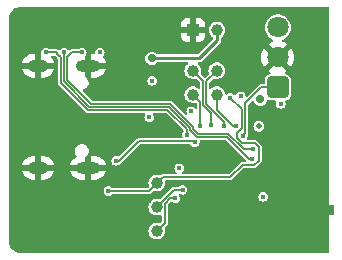
<source format=gbl>
G04 #@! TF.GenerationSoftware,KiCad,Pcbnew,8.0.1*
G04 #@! TF.CreationDate,2024-04-19T23:10:03+02:00*
G04 #@! TF.ProjectId,esp-ir-receiver,6573702d-6972-42d7-9265-636569766572,1.0.0*
G04 #@! TF.SameCoordinates,Original*
G04 #@! TF.FileFunction,Copper,L4,Bot*
G04 #@! TF.FilePolarity,Positive*
%FSLAX46Y46*%
G04 Gerber Fmt 4.6, Leading zero omitted, Abs format (unit mm)*
G04 Created by KiCad (PCBNEW 8.0.1) date 2024-04-19 23:10:03*
%MOMM*%
%LPD*%
G01*
G04 APERTURE LIST*
G04 Aperture macros list*
%AMRoundRect*
0 Rectangle with rounded corners*
0 $1 Rounding radius*
0 $2 $3 $4 $5 $6 $7 $8 $9 X,Y pos of 4 corners*
0 Add a 4 corners polygon primitive as box body*
4,1,4,$2,$3,$4,$5,$6,$7,$8,$9,$2,$3,0*
0 Add four circle primitives for the rounded corners*
1,1,$1+$1,$2,$3*
1,1,$1+$1,$4,$5*
1,1,$1+$1,$6,$7*
1,1,$1+$1,$8,$9*
0 Add four rect primitives between the rounded corners*
20,1,$1+$1,$2,$3,$4,$5,0*
20,1,$1+$1,$4,$5,$6,$7,0*
20,1,$1+$1,$6,$7,$8,$9,0*
20,1,$1+$1,$8,$9,$2,$3,0*%
G04 Aperture macros list end*
G04 #@! TA.AperFunction,ComponentPad*
%ADD10R,0.500000X0.900000*%
G04 #@! TD*
G04 #@! TA.AperFunction,ComponentPad*
%ADD11RoundRect,0.248400X0.651600X-0.651600X0.651600X0.651600X-0.651600X0.651600X-0.651600X-0.651600X0*%
G04 #@! TD*
G04 #@! TA.AperFunction,ComponentPad*
%ADD12C,1.800000*%
G04 #@! TD*
G04 #@! TA.AperFunction,ComponentPad*
%ADD13O,2.100000X1.000000*%
G04 #@! TD*
G04 #@! TA.AperFunction,ComponentPad*
%ADD14O,1.800000X1.000000*%
G04 #@! TD*
G04 #@! TA.AperFunction,SMDPad,CuDef*
%ADD15C,1.000000*%
G04 #@! TD*
G04 #@! TA.AperFunction,SMDPad,CuDef*
%ADD16R,1.000000X1.000000*%
G04 #@! TD*
G04 #@! TA.AperFunction,ViaPad*
%ADD17C,0.400000*%
G04 #@! TD*
G04 #@! TA.AperFunction,ViaPad*
%ADD18C,0.500000*%
G04 #@! TD*
G04 #@! TA.AperFunction,ViaPad*
%ADD19C,0.700000*%
G04 #@! TD*
G04 #@! TA.AperFunction,Conductor*
%ADD20C,0.254000*%
G04 #@! TD*
G04 #@! TA.AperFunction,Conductor*
%ADD21C,0.127000*%
G04 #@! TD*
G04 APERTURE END LIST*
D10*
X155702000Y-111828000D03*
D11*
X151184001Y-101494024D03*
D12*
X151184001Y-98954024D03*
X151184001Y-96414024D03*
D13*
X135109001Y-99659999D03*
D14*
X130909001Y-99659999D03*
D13*
X135109001Y-108299999D03*
D14*
X130909001Y-108299999D03*
D15*
X140942001Y-109598999D03*
X143990001Y-100073999D03*
X143990001Y-102105999D03*
X140942001Y-113662999D03*
X140942001Y-111630999D03*
X146022001Y-102105999D03*
X146022001Y-100073999D03*
X146047401Y-96644999D03*
D16*
X144015401Y-96644999D03*
D17*
X142339001Y-97787999D03*
X137386001Y-114043999D03*
X155166001Y-112773999D03*
X141196001Y-115186999D03*
X153896001Y-101343999D03*
X152626001Y-108963999D03*
X145260001Y-106548999D03*
X146085501Y-107501499D03*
X153896001Y-105153999D03*
X146085501Y-106548999D03*
X145006001Y-94993999D03*
X137386001Y-94993999D03*
X137894001Y-97533999D03*
X128750001Y-110233999D03*
X132306001Y-111503999D03*
X128750001Y-111503999D03*
X149451001Y-113281999D03*
X155166001Y-94993999D03*
X138910001Y-97533999D03*
X154404001Y-111630999D03*
X137640001Y-99946999D03*
X142466001Y-114043999D03*
X144780000Y-110871000D03*
X146276001Y-98168999D03*
X129766001Y-96263999D03*
X150086001Y-108963999D03*
X155166001Y-97533999D03*
X155166001Y-105153999D03*
X128750001Y-100073999D03*
X138656001Y-115186999D03*
X141323001Y-97787999D03*
X153896001Y-108963999D03*
X139037001Y-104010999D03*
X153896001Y-114043999D03*
X148816001Y-115186999D03*
X147419001Y-101470999D03*
X129766001Y-97533999D03*
X142189200Y-104648000D03*
X142466001Y-94993999D03*
X155166001Y-108963999D03*
X134846001Y-115186999D03*
X155166001Y-110741999D03*
X145641001Y-110744000D03*
X142974001Y-102867999D03*
X150848001Y-110741999D03*
X137386001Y-115186999D03*
X128750001Y-107693999D03*
X128750001Y-98803999D03*
X146911001Y-106548999D03*
X138656001Y-94993999D03*
X149070001Y-111757999D03*
X152626001Y-115186999D03*
X148816001Y-94993999D03*
X138910001Y-99946999D03*
X151229001Y-104264999D03*
X147546001Y-115186999D03*
X153515001Y-110741999D03*
X134846001Y-94993999D03*
X152626001Y-107693999D03*
X145260001Y-107501499D03*
X151356001Y-115186999D03*
X128750001Y-103883999D03*
X131036001Y-105153999D03*
X151356001Y-114043999D03*
X155166001Y-103883999D03*
X151483001Y-105280999D03*
X129766001Y-115186999D03*
X142339001Y-96644999D03*
X150703002Y-103247000D03*
X146911001Y-108453999D03*
X128750001Y-102613999D03*
X143355001Y-112011999D03*
X139926001Y-108709999D03*
X128750001Y-112773999D03*
X153896001Y-94993999D03*
X128750001Y-97533999D03*
X139926001Y-94993999D03*
X147038001Y-110741999D03*
X145006001Y-115185971D03*
X153896001Y-98803999D03*
X143736001Y-94993999D03*
X139926001Y-106677999D03*
X150086001Y-114043999D03*
X131036001Y-102613999D03*
X152626001Y-94993999D03*
X155166001Y-101343999D03*
X136878001Y-106296999D03*
X145260001Y-108453999D03*
X152626001Y-114043999D03*
X128750001Y-114043999D03*
X155166001Y-100073999D03*
X141196001Y-94993999D03*
X137132001Y-104010999D03*
X133576001Y-115186999D03*
X153896001Y-106423999D03*
X139799001Y-110868999D03*
X155166001Y-107693999D03*
X139926001Y-96136999D03*
X151356001Y-94993999D03*
X133576001Y-94993999D03*
X146911001Y-107501499D03*
X139926001Y-97152999D03*
X152626001Y-112773999D03*
X128750001Y-106423999D03*
X153896001Y-100073999D03*
X139926001Y-115186999D03*
X155166001Y-96263999D03*
X128750001Y-101343999D03*
X136116001Y-115186999D03*
X153896001Y-96263999D03*
X150086001Y-115186999D03*
X142466001Y-115186999D03*
X149959001Y-112392999D03*
X137386001Y-111503999D03*
X139926001Y-102105999D03*
X155166001Y-102613999D03*
X141577001Y-103883999D03*
X153896001Y-112773999D03*
X143736001Y-115186999D03*
X152372001Y-110741999D03*
X140589000Y-100073999D03*
X139926001Y-107693999D03*
X131036001Y-115186999D03*
X152626001Y-105153999D03*
X148054001Y-111249999D03*
X146276001Y-94993999D03*
X136116001Y-94993999D03*
X153896001Y-102613999D03*
X133477000Y-105156000D03*
X151483001Y-106296999D03*
X142494000Y-111760000D03*
X128750001Y-96263999D03*
X148463000Y-109347000D03*
X151356001Y-111630999D03*
X142466001Y-112900999D03*
X132306001Y-94993999D03*
X142113000Y-109728000D03*
X133477000Y-102616000D03*
X132306001Y-115186999D03*
X153896001Y-103883999D03*
X153896001Y-115186999D03*
X153896001Y-97533999D03*
X141323001Y-96644999D03*
X146276001Y-115185971D03*
X151483001Y-107185999D03*
X148562001Y-114170999D03*
X134846001Y-114043999D03*
X145006001Y-100073999D03*
X155166001Y-98803999D03*
X128750001Y-105153999D03*
X152626001Y-111630999D03*
X152626001Y-106423999D03*
X143002000Y-100076000D03*
X150086001Y-94993999D03*
X147546001Y-94993999D03*
X151356001Y-108963999D03*
X136878001Y-102232999D03*
X153896001Y-107693999D03*
X151356001Y-112773999D03*
X149197001Y-109979999D03*
X132306001Y-114043999D03*
X155166001Y-106423999D03*
X146085501Y-108453999D03*
X155166001Y-115186999D03*
X130909001Y-94993999D03*
X134846001Y-111503999D03*
X129766001Y-94993999D03*
X143637000Y-110998000D03*
X155166001Y-114043999D03*
X128750001Y-108963999D03*
X144117001Y-98168999D03*
X140561001Y-100934999D03*
X140307001Y-104010999D03*
X143863001Y-103502999D03*
X136124645Y-98526974D03*
X149959001Y-110741999D03*
X148054001Y-102232999D03*
X151434800Y-102870000D03*
D18*
X149578001Y-104772999D03*
D19*
X140526026Y-99023024D03*
D17*
X142847001Y-108328999D03*
D19*
X149705001Y-102486999D03*
D17*
X144170400Y-106121200D03*
X137513001Y-107693999D03*
X133068001Y-98526974D03*
X149047200Y-107543600D03*
X149098000Y-106730800D03*
X134592001Y-98526974D03*
X143510000Y-105511600D03*
X131544001Y-98526974D03*
X147673001Y-104772999D03*
X146657001Y-104772999D03*
X145542000Y-104698800D03*
X144627600Y-104749600D03*
X148218501Y-105572499D03*
X142494000Y-110871000D03*
X143129000Y-110148499D03*
X147165001Y-102359999D03*
X136848001Y-110263999D03*
D20*
X146047401Y-97508599D02*
X144532976Y-99023024D01*
X146047401Y-96644999D02*
X146047401Y-97508599D01*
X144532976Y-99023024D02*
X140526026Y-99023024D01*
D21*
X139418001Y-106042999D02*
X137767001Y-107693999D01*
X137767001Y-107693999D02*
X137513001Y-107693999D01*
X144170400Y-106121200D02*
X144092199Y-106042999D01*
X144092199Y-106042999D02*
X139418001Y-106042999D01*
X146893082Y-105664000D02*
X144323545Y-105664000D01*
X143764000Y-104932353D02*
X141953646Y-103121999D01*
X141953646Y-103121999D02*
X135227001Y-103121999D01*
X135227001Y-103121999D02*
X133068001Y-100962999D01*
X144323545Y-105664000D02*
X143764000Y-105104455D01*
X143764000Y-105104455D02*
X143764000Y-104932353D01*
X149047200Y-107543600D02*
X148772682Y-107543600D01*
X148772682Y-107543600D02*
X146893082Y-105664000D01*
X133068001Y-100962999D02*
X133068001Y-98526974D01*
X133535501Y-98717499D02*
X133726026Y-98526974D01*
X144018000Y-104827143D02*
X142058856Y-102867999D01*
X149098000Y-106730800D02*
X148319092Y-106730800D01*
X142058856Y-102867999D02*
X135354001Y-102867999D01*
X144428755Y-105410000D02*
X144018000Y-104999245D01*
X133535501Y-98720619D02*
X133535501Y-98717499D01*
X146998292Y-105410000D02*
X144428755Y-105410000D01*
X133322001Y-100835999D02*
X133322001Y-98934119D01*
X135354001Y-102867999D02*
X133322001Y-100835999D01*
X144018000Y-104999245D02*
X144018000Y-104827143D01*
X133322001Y-98934119D02*
X133535501Y-98720619D01*
X133726026Y-98526974D02*
X134592001Y-98526974D01*
X148319092Y-106730800D02*
X146998292Y-105410000D01*
X143510000Y-105037563D02*
X141848436Y-103375999D01*
X132814001Y-98934119D02*
X132600501Y-98720619D01*
X132600501Y-98720619D02*
X132600501Y-98717499D01*
X132814001Y-101089999D02*
X132814001Y-98934119D01*
X143510000Y-105511600D02*
X143510000Y-105037563D01*
X132600501Y-98717499D02*
X132409976Y-98526974D01*
X141848436Y-103375999D02*
X135100001Y-103375999D01*
X135100001Y-103375999D02*
X132814001Y-101089999D01*
X132409976Y-98526974D02*
X131544001Y-98526974D01*
X147673001Y-104772999D02*
X147419001Y-104772999D01*
X146022001Y-103375999D02*
X146022001Y-102105999D01*
X147419001Y-104772999D02*
X146022001Y-103375999D01*
X145133001Y-100962999D02*
X146022001Y-100073999D01*
X146657001Y-104772999D02*
X146657001Y-104391999D01*
X145133001Y-102867999D02*
X145133001Y-100962999D01*
X146657001Y-104391999D02*
X145133001Y-102867999D01*
X144879001Y-100962999D02*
X143990001Y-100073999D01*
X145542000Y-104698800D02*
X145542000Y-103636208D01*
X145542000Y-103636208D02*
X144879001Y-102973209D01*
X144879001Y-102973209D02*
X144879001Y-100962999D01*
X144625001Y-104747001D02*
X144625001Y-102740999D01*
X144625001Y-102740999D02*
X143990001Y-102105999D01*
X144627600Y-104749600D02*
X144625001Y-104747001D01*
X148218501Y-105572499D02*
X148435001Y-105355999D01*
X149762776Y-101494024D02*
X151184001Y-101494024D01*
X148435001Y-102821799D02*
X149762776Y-101494024D01*
X148435001Y-105355999D02*
X148435001Y-102821799D01*
X141632501Y-111321499D02*
X141632501Y-112972499D01*
X142494000Y-110871000D02*
X142083000Y-110871000D01*
X142083000Y-110871000D02*
X141632501Y-111321499D01*
X141632501Y-112972499D02*
X140942001Y-113662999D01*
X142424501Y-110148499D02*
X140942001Y-111630999D01*
X143129000Y-110148499D02*
X142424501Y-110148499D01*
X147751001Y-105803499D02*
X147751001Y-105356144D01*
X148140501Y-104966644D02*
X148140501Y-103335499D01*
X149251145Y-106222800D02*
X148170302Y-106222800D01*
X147165001Y-109090999D02*
X148204400Y-108051600D01*
X140277001Y-110263999D02*
X140942001Y-109598999D01*
X140942001Y-109598999D02*
X141450001Y-109090999D01*
X148140501Y-103335499D02*
X147165001Y-102359999D01*
X148204400Y-108051600D02*
X149200345Y-108051600D01*
X136848001Y-110263999D02*
X140277001Y-110263999D01*
X148170302Y-106222800D02*
X147751001Y-105803499D01*
X149565500Y-106537155D02*
X149251145Y-106222800D01*
X147751001Y-105356144D02*
X148140501Y-104966644D01*
X149565500Y-107686445D02*
X149565500Y-106537155D01*
X149200345Y-108051600D02*
X149565500Y-107686445D01*
X141450001Y-109090999D02*
X147165001Y-109090999D01*
G04 #@! TA.AperFunction,Conductor*
G36*
X155506168Y-94679728D02*
G01*
X155542147Y-94729218D01*
X155547001Y-94759838D01*
X155547001Y-115413471D01*
X155528094Y-115471662D01*
X155478594Y-115507626D01*
X155448001Y-115512471D01*
X129449625Y-115512469D01*
X129449538Y-115512462D01*
X129398336Y-115512468D01*
X129389706Y-115512092D01*
X129234292Y-115498512D01*
X129217295Y-115495517D01*
X129070787Y-115456273D01*
X129054568Y-115450371D01*
X128917103Y-115386279D01*
X128902156Y-115377650D01*
X128777913Y-115290661D01*
X128764691Y-115279567D01*
X128657444Y-115172321D01*
X128646350Y-115159100D01*
X128559356Y-115034855D01*
X128550727Y-115019908D01*
X128486632Y-114882443D01*
X128480734Y-114866237D01*
X128441484Y-114719713D01*
X128438491Y-114702727D01*
X128424928Y-114547557D01*
X128424552Y-114538926D01*
X128424557Y-114495405D01*
X128424556Y-114495402D01*
X128424557Y-114486548D01*
X128424550Y-114486481D01*
X128424549Y-113662999D01*
X140236356Y-113662999D01*
X140256861Y-113831871D01*
X140317183Y-113990929D01*
X140413818Y-114130928D01*
X140541149Y-114243733D01*
X140691776Y-114322789D01*
X140856945Y-114363499D01*
X140856948Y-114363499D01*
X141027054Y-114363499D01*
X141027057Y-114363499D01*
X141192226Y-114322789D01*
X141342853Y-114243733D01*
X141470184Y-114130928D01*
X141566819Y-113990929D01*
X141627141Y-113831871D01*
X141647646Y-113662999D01*
X141627141Y-113494127D01*
X141610540Y-113450356D01*
X141607584Y-113389243D01*
X141633102Y-113345248D01*
X141856309Y-113122043D01*
X141896501Y-113025012D01*
X141896501Y-111471857D01*
X141915408Y-111413666D01*
X141925491Y-111401860D01*
X142119207Y-111208143D01*
X142173722Y-111180367D01*
X142234154Y-111189938D01*
X142247403Y-111198058D01*
X142253279Y-111202328D01*
X142367438Y-111260495D01*
X142367440Y-111260495D01*
X142367445Y-111260498D01*
X142494000Y-111280542D01*
X142620555Y-111260498D01*
X142734723Y-111202326D01*
X142825326Y-111111723D01*
X142883498Y-110997555D01*
X142903542Y-110871000D01*
X142903154Y-110868553D01*
X142900801Y-110853695D01*
X142883498Y-110744445D01*
X142883495Y-110744440D01*
X142883495Y-110744438D01*
X142882252Y-110741999D01*
X149549459Y-110741999D01*
X149569503Y-110868553D01*
X149569505Y-110868560D01*
X149627672Y-110982717D01*
X149627675Y-110982722D01*
X149718278Y-111073325D01*
X149718280Y-111073326D01*
X149718282Y-111073327D01*
X149832439Y-111131494D01*
X149832441Y-111131494D01*
X149832446Y-111131497D01*
X149959001Y-111151541D01*
X150085556Y-111131497D01*
X150199724Y-111073325D01*
X150290327Y-110982722D01*
X150348499Y-110868554D01*
X150368543Y-110741999D01*
X150348499Y-110615444D01*
X150348496Y-110615439D01*
X150348496Y-110615437D01*
X150290329Y-110501280D01*
X150290328Y-110501278D01*
X150290327Y-110501276D01*
X150199724Y-110410673D01*
X150199721Y-110410671D01*
X150199719Y-110410670D01*
X150085562Y-110352503D01*
X150085557Y-110352501D01*
X150085556Y-110352501D01*
X149959001Y-110332457D01*
X149832446Y-110352501D01*
X149832439Y-110352503D01*
X149718282Y-110410670D01*
X149718280Y-110410671D01*
X149627673Y-110501278D01*
X149627672Y-110501280D01*
X149569505Y-110615437D01*
X149569503Y-110615444D01*
X149549459Y-110741998D01*
X149549459Y-110741999D01*
X142882252Y-110741999D01*
X142838040Y-110655228D01*
X142828468Y-110594796D01*
X142856245Y-110540280D01*
X142910762Y-110512502D01*
X142971192Y-110522072D01*
X143002445Y-110537997D01*
X143129000Y-110558041D01*
X143255555Y-110537997D01*
X143369723Y-110479825D01*
X143460326Y-110389222D01*
X143518498Y-110275054D01*
X143538542Y-110148499D01*
X143518498Y-110021944D01*
X143518495Y-110021939D01*
X143518495Y-110021937D01*
X143460328Y-109907780D01*
X143460327Y-109907778D01*
X143460326Y-109907776D01*
X143369723Y-109817173D01*
X143369720Y-109817171D01*
X143369718Y-109817170D01*
X143255561Y-109759003D01*
X143255556Y-109759001D01*
X143255555Y-109759001D01*
X143129000Y-109738957D01*
X143002445Y-109759001D01*
X143002438Y-109759003D01*
X142888281Y-109817170D01*
X142888275Y-109817174D01*
X142849946Y-109855503D01*
X142795429Y-109883280D01*
X142779943Y-109884499D01*
X142371988Y-109884499D01*
X142343564Y-109896271D01*
X142343563Y-109896270D01*
X142274961Y-109924688D01*
X142274959Y-109924689D01*
X142274957Y-109924690D01*
X142274956Y-109924691D01*
X141260759Y-110938887D01*
X141206242Y-110966664D01*
X141167064Y-110965006D01*
X141027062Y-110930499D01*
X141027057Y-110930499D01*
X140856945Y-110930499D01*
X140856942Y-110930499D01*
X140691777Y-110971208D01*
X140541147Y-111050266D01*
X140413819Y-111163068D01*
X140413817Y-111163071D01*
X140346568Y-111260498D01*
X140317183Y-111303069D01*
X140256861Y-111462127D01*
X140236356Y-111630999D01*
X140256861Y-111799871D01*
X140317183Y-111958929D01*
X140413818Y-112098928D01*
X140541149Y-112211733D01*
X140691776Y-112290789D01*
X140856945Y-112331499D01*
X140856948Y-112331499D01*
X141027054Y-112331499D01*
X141027057Y-112331499D01*
X141192226Y-112290789D01*
X141223495Y-112274377D01*
X141283804Y-112264077D01*
X141338653Y-112291193D01*
X141367088Y-112345369D01*
X141368501Y-112362038D01*
X141368501Y-112822139D01*
X141349594Y-112880330D01*
X141339506Y-112892141D01*
X141260758Y-112970888D01*
X141206243Y-112998665D01*
X141167064Y-112997007D01*
X141027059Y-112962499D01*
X141027057Y-112962499D01*
X140856945Y-112962499D01*
X140856942Y-112962499D01*
X140691777Y-113003208D01*
X140541147Y-113082266D01*
X140413819Y-113195068D01*
X140413818Y-113195070D01*
X140317183Y-113335069D01*
X140256861Y-113494127D01*
X140236356Y-113662999D01*
X128424549Y-113662999D01*
X128424543Y-108549999D01*
X129539138Y-108549999D01*
X129547429Y-108591683D01*
X129547432Y-108591694D01*
X129622809Y-108773672D01*
X129622815Y-108773684D01*
X129732250Y-108937461D01*
X129732253Y-108937465D01*
X129871534Y-109076746D01*
X129871538Y-109076749D01*
X130035315Y-109186184D01*
X130035327Y-109186190D01*
X130217311Y-109261569D01*
X130410507Y-109299998D01*
X130410511Y-109299999D01*
X130659000Y-109299999D01*
X130659001Y-109299998D01*
X130659001Y-108599999D01*
X131159001Y-108599999D01*
X131159001Y-109299998D01*
X131159002Y-109299999D01*
X131407491Y-109299999D01*
X131407494Y-109299998D01*
X131600689Y-109261569D01*
X131600691Y-109261569D01*
X131782674Y-109186190D01*
X131782686Y-109186184D01*
X131946463Y-109076749D01*
X131946467Y-109076746D01*
X132085748Y-108937465D01*
X132085751Y-108937461D01*
X132195186Y-108773684D01*
X132195192Y-108773672D01*
X132270569Y-108591694D01*
X132270572Y-108591683D01*
X132278864Y-108549999D01*
X133589138Y-108549999D01*
X133597429Y-108591683D01*
X133597432Y-108591694D01*
X133672809Y-108773672D01*
X133672815Y-108773684D01*
X133782250Y-108937461D01*
X133782253Y-108937465D01*
X133921534Y-109076746D01*
X133921538Y-109076749D01*
X134085315Y-109186184D01*
X134085327Y-109186190D01*
X134267311Y-109261569D01*
X134460507Y-109299998D01*
X134460511Y-109299999D01*
X134859000Y-109299999D01*
X134859001Y-109299998D01*
X134859001Y-108599999D01*
X135359001Y-108599999D01*
X135359001Y-109299998D01*
X135359002Y-109299999D01*
X135757491Y-109299999D01*
X135757494Y-109299998D01*
X135950689Y-109261569D01*
X135950691Y-109261569D01*
X136132674Y-109186190D01*
X136132686Y-109186184D01*
X136296463Y-109076749D01*
X136296467Y-109076746D01*
X136435748Y-108937465D01*
X136435751Y-108937461D01*
X136545186Y-108773684D01*
X136545192Y-108773672D01*
X136620569Y-108591694D01*
X136620572Y-108591683D01*
X136628864Y-108549999D01*
X135825989Y-108549999D01*
X135843206Y-108540059D01*
X135899061Y-108484204D01*
X135938557Y-108415795D01*
X135959001Y-108339495D01*
X135959001Y-108260503D01*
X135938557Y-108184203D01*
X135899061Y-108115794D01*
X135843206Y-108059939D01*
X135825989Y-108049999D01*
X136628863Y-108049999D01*
X136620572Y-108008314D01*
X136620569Y-108008303D01*
X136545192Y-107826325D01*
X136545186Y-107826313D01*
X136435751Y-107662536D01*
X136435748Y-107662532D01*
X136296467Y-107523251D01*
X136296463Y-107523248D01*
X136132686Y-107413813D01*
X136132674Y-107413807D01*
X135950690Y-107338428D01*
X135757494Y-107299999D01*
X135359002Y-107299999D01*
X135359001Y-107300000D01*
X135359001Y-107999999D01*
X134859001Y-107999999D01*
X134859001Y-107440419D01*
X134877908Y-107382228D01*
X134908500Y-107354684D01*
X134944822Y-107333714D01*
X135052716Y-107225820D01*
X135105695Y-107134058D01*
X135129007Y-107093681D01*
X135129007Y-107093679D01*
X135129009Y-107093677D01*
X135168501Y-106946292D01*
X135168501Y-106793706D01*
X135129009Y-106646321D01*
X135129007Y-106646318D01*
X135129007Y-106646316D01*
X135052719Y-106514182D01*
X135052717Y-106514180D01*
X135052716Y-106514178D01*
X134944822Y-106406284D01*
X134944819Y-106406282D01*
X134944817Y-106406280D01*
X134812682Y-106329992D01*
X134812683Y-106329992D01*
X134750563Y-106313347D01*
X134665294Y-106290499D01*
X134512708Y-106290499D01*
X134451130Y-106306999D01*
X134365318Y-106329992D01*
X134233184Y-106406280D01*
X134125282Y-106514182D01*
X134048994Y-106646316D01*
X134009501Y-106793706D01*
X134009501Y-106946291D01*
X134048994Y-107093681D01*
X134125282Y-107225815D01*
X134125284Y-107225817D01*
X134125286Y-107225820D01*
X134141743Y-107242277D01*
X134169519Y-107296792D01*
X134159948Y-107357224D01*
X134116683Y-107400489D01*
X134109627Y-107403742D01*
X134085323Y-107413809D01*
X133921538Y-107523248D01*
X133921534Y-107523251D01*
X133782253Y-107662532D01*
X133782250Y-107662536D01*
X133672815Y-107826313D01*
X133672809Y-107826325D01*
X133597432Y-108008303D01*
X133597429Y-108008314D01*
X133589138Y-108049999D01*
X134392013Y-108049999D01*
X134374796Y-108059939D01*
X134318941Y-108115794D01*
X134279445Y-108184203D01*
X134259001Y-108260503D01*
X134259001Y-108339495D01*
X134279445Y-108415795D01*
X134318941Y-108484204D01*
X134374796Y-108540059D01*
X134392013Y-108549999D01*
X133589138Y-108549999D01*
X132278864Y-108549999D01*
X131475989Y-108549999D01*
X131493206Y-108540059D01*
X131549061Y-108484204D01*
X131588557Y-108415795D01*
X131609001Y-108339495D01*
X131609001Y-108260503D01*
X131588557Y-108184203D01*
X131549061Y-108115794D01*
X131493206Y-108059939D01*
X131475989Y-108049999D01*
X132278863Y-108049999D01*
X132270572Y-108008314D01*
X132270569Y-108008303D01*
X132195192Y-107826325D01*
X132195186Y-107826313D01*
X132085751Y-107662536D01*
X132085748Y-107662532D01*
X131946467Y-107523251D01*
X131946463Y-107523248D01*
X131782686Y-107413813D01*
X131782674Y-107413807D01*
X131600690Y-107338428D01*
X131407494Y-107299999D01*
X131159002Y-107299999D01*
X131159001Y-107300000D01*
X131159001Y-107999999D01*
X130659001Y-107999999D01*
X130659001Y-107300000D01*
X130659000Y-107299999D01*
X130410507Y-107299999D01*
X130217312Y-107338428D01*
X130217310Y-107338428D01*
X130035327Y-107413807D01*
X130035315Y-107413813D01*
X129871538Y-107523248D01*
X129871534Y-107523251D01*
X129732253Y-107662532D01*
X129732250Y-107662536D01*
X129622815Y-107826313D01*
X129622809Y-107826325D01*
X129547432Y-108008303D01*
X129547429Y-108008314D01*
X129539138Y-108049999D01*
X130342013Y-108049999D01*
X130324796Y-108059939D01*
X130268941Y-108115794D01*
X130229445Y-108184203D01*
X130209001Y-108260503D01*
X130209001Y-108339495D01*
X130229445Y-108415795D01*
X130268941Y-108484204D01*
X130324796Y-108540059D01*
X130342013Y-108549999D01*
X129539138Y-108549999D01*
X128424543Y-108549999D01*
X128424532Y-99909999D01*
X129539138Y-99909999D01*
X129547429Y-99951683D01*
X129547432Y-99951694D01*
X129622809Y-100133672D01*
X129622815Y-100133684D01*
X129732250Y-100297461D01*
X129732253Y-100297465D01*
X129871534Y-100436746D01*
X129871538Y-100436749D01*
X130035315Y-100546184D01*
X130035327Y-100546190D01*
X130217311Y-100621569D01*
X130410507Y-100659998D01*
X130410511Y-100659999D01*
X130659000Y-100659999D01*
X130659001Y-100659998D01*
X130659001Y-99959999D01*
X131159001Y-99959999D01*
X131159001Y-100659998D01*
X131159002Y-100659999D01*
X131407491Y-100659999D01*
X131407494Y-100659998D01*
X131600689Y-100621569D01*
X131600691Y-100621569D01*
X131782674Y-100546190D01*
X131782686Y-100546184D01*
X131946463Y-100436749D01*
X131946467Y-100436746D01*
X132085748Y-100297465D01*
X132085751Y-100297461D01*
X132195186Y-100133684D01*
X132195192Y-100133672D01*
X132270569Y-99951694D01*
X132270572Y-99951683D01*
X132278864Y-99909999D01*
X131475989Y-99909999D01*
X131493206Y-99900059D01*
X131549061Y-99844204D01*
X131588557Y-99775795D01*
X131609001Y-99699495D01*
X131609001Y-99620503D01*
X131588557Y-99544203D01*
X131549061Y-99475794D01*
X131493206Y-99419939D01*
X131475989Y-99409999D01*
X132278863Y-99409999D01*
X132270572Y-99368314D01*
X132270569Y-99368303D01*
X132195192Y-99186325D01*
X132195186Y-99186313D01*
X132085751Y-99022536D01*
X132085748Y-99022532D01*
X132023194Y-98959978D01*
X131995417Y-98905461D01*
X132004988Y-98845029D01*
X132048253Y-98801764D01*
X132093198Y-98790974D01*
X132259616Y-98790974D01*
X132317807Y-98809881D01*
X132329620Y-98819970D01*
X132363517Y-98853867D01*
X132375825Y-98868865D01*
X132376689Y-98870158D01*
X132376692Y-98870161D01*
X132376693Y-98870163D01*
X132521006Y-99014476D01*
X132548782Y-99068991D01*
X132550001Y-99084478D01*
X132550001Y-101142511D01*
X132590191Y-101239540D01*
X132590192Y-101239541D01*
X132590193Y-101239543D01*
X134950457Y-103599807D01*
X135047488Y-103639999D01*
X135152513Y-103639999D01*
X139880501Y-103639999D01*
X139938692Y-103658906D01*
X139974656Y-103708406D01*
X139974656Y-103769592D01*
X139968710Y-103783944D01*
X139917505Y-103884437D01*
X139917503Y-103884444D01*
X139897459Y-104010998D01*
X139897459Y-104010999D01*
X139917503Y-104137553D01*
X139917505Y-104137560D01*
X139975672Y-104251717D01*
X139975675Y-104251722D01*
X140066278Y-104342325D01*
X140066280Y-104342326D01*
X140066282Y-104342327D01*
X140180439Y-104400494D01*
X140180441Y-104400494D01*
X140180446Y-104400497D01*
X140307001Y-104420541D01*
X140433556Y-104400497D01*
X140547724Y-104342325D01*
X140638327Y-104251722D01*
X140696499Y-104137554D01*
X140716543Y-104010999D01*
X140696499Y-103884444D01*
X140696496Y-103884439D01*
X140696496Y-103884437D01*
X140645292Y-103783944D01*
X140635720Y-103723512D01*
X140663497Y-103668996D01*
X140718014Y-103641218D01*
X140733501Y-103639999D01*
X141698076Y-103639999D01*
X141756267Y-103658906D01*
X141768080Y-103668995D01*
X143204314Y-105105229D01*
X143232091Y-105159746D01*
X143222520Y-105220178D01*
X143204315Y-105245235D01*
X143178675Y-105270875D01*
X143178671Y-105270881D01*
X143120504Y-105385038D01*
X143120502Y-105385045D01*
X143100458Y-105511599D01*
X143100458Y-105511600D01*
X143120502Y-105638154D01*
X143122911Y-105645569D01*
X143120700Y-105646287D01*
X143128493Y-105695488D01*
X143100714Y-105750004D01*
X143046197Y-105777780D01*
X143030712Y-105778999D01*
X139365488Y-105778999D01*
X139339234Y-105789874D01*
X139339233Y-105789874D01*
X139268457Y-105819189D01*
X137785538Y-107302107D01*
X137731021Y-107329884D01*
X137670589Y-107320313D01*
X137639556Y-107304501D01*
X137513001Y-107284457D01*
X137386446Y-107304501D01*
X137386439Y-107304503D01*
X137272282Y-107362670D01*
X137272280Y-107362671D01*
X137181673Y-107453278D01*
X137181672Y-107453280D01*
X137123505Y-107567437D01*
X137123503Y-107567444D01*
X137103459Y-107693998D01*
X137103459Y-107693999D01*
X137123503Y-107820553D01*
X137123505Y-107820560D01*
X137181672Y-107934717D01*
X137181675Y-107934722D01*
X137272278Y-108025325D01*
X137272280Y-108025326D01*
X137272282Y-108025327D01*
X137386439Y-108083494D01*
X137386441Y-108083494D01*
X137386446Y-108083497D01*
X137513001Y-108103541D01*
X137639556Y-108083497D01*
X137753724Y-108025325D01*
X137808213Y-107970834D01*
X137840325Y-107949377D01*
X137916545Y-107917807D01*
X139498358Y-106335995D01*
X139552875Y-106308218D01*
X139568362Y-106306999D01*
X143750422Y-106306999D01*
X143808613Y-106325906D01*
X143834184Y-106355847D01*
X143834496Y-106355621D01*
X143837368Y-106359574D01*
X143838630Y-106361052D01*
X143839074Y-106361923D01*
X143929677Y-106452526D01*
X143929679Y-106452527D01*
X143929681Y-106452528D01*
X144043838Y-106510695D01*
X144043840Y-106510695D01*
X144043845Y-106510698D01*
X144170400Y-106530742D01*
X144296955Y-106510698D01*
X144411123Y-106452526D01*
X144501726Y-106361923D01*
X144559898Y-106247755D01*
X144579942Y-106121200D01*
X144567475Y-106042486D01*
X144577046Y-105982055D01*
X144620311Y-105938790D01*
X144665256Y-105928000D01*
X146742722Y-105928000D01*
X146800913Y-105946907D01*
X146812726Y-105956996D01*
X148474325Y-107618596D01*
X148502102Y-107673113D01*
X148492531Y-107733545D01*
X148449266Y-107776810D01*
X148404321Y-107787600D01*
X148256912Y-107787600D01*
X148151887Y-107787600D01*
X148126543Y-107798097D01*
X148054858Y-107827790D01*
X147084645Y-108798003D01*
X147030128Y-108825780D01*
X147014641Y-108826999D01*
X143160057Y-108826999D01*
X143101866Y-108808092D01*
X143065902Y-108758592D01*
X143065902Y-108697406D01*
X143090051Y-108657997D01*
X143178327Y-108569722D01*
X143236499Y-108455554D01*
X143256543Y-108328999D01*
X143236499Y-108202444D01*
X143236496Y-108202439D01*
X143236496Y-108202437D01*
X143178329Y-108088280D01*
X143178328Y-108088278D01*
X143178327Y-108088276D01*
X143087724Y-107997673D01*
X143087721Y-107997671D01*
X143087719Y-107997670D01*
X142973562Y-107939503D01*
X142973557Y-107939501D01*
X142973556Y-107939501D01*
X142847001Y-107919457D01*
X142720446Y-107939501D01*
X142720439Y-107939503D01*
X142606282Y-107997670D01*
X142606280Y-107997671D01*
X142515673Y-108088278D01*
X142515672Y-108088280D01*
X142457505Y-108202437D01*
X142457503Y-108202444D01*
X142437459Y-108328998D01*
X142437459Y-108328999D01*
X142457503Y-108455553D01*
X142457505Y-108455560D01*
X142515672Y-108569717D01*
X142515675Y-108569722D01*
X142603950Y-108657997D01*
X142631726Y-108712512D01*
X142622155Y-108772944D01*
X142578890Y-108816209D01*
X142533945Y-108826999D01*
X141397488Y-108826999D01*
X141369068Y-108838770D01*
X141300457Y-108867190D01*
X141300453Y-108867193D01*
X141260759Y-108906887D01*
X141206242Y-108934664D01*
X141167065Y-108933006D01*
X141027062Y-108898499D01*
X141027057Y-108898499D01*
X140856945Y-108898499D01*
X140856942Y-108898499D01*
X140691777Y-108939208D01*
X140541147Y-109018266D01*
X140413819Y-109131068D01*
X140413818Y-109131070D01*
X140317183Y-109271069D01*
X140281857Y-109364219D01*
X140256861Y-109430128D01*
X140236356Y-109598997D01*
X140236356Y-109599000D01*
X140256860Y-109767868D01*
X140256862Y-109767874D01*
X140273460Y-109811641D01*
X140276415Y-109872755D01*
X140250898Y-109916748D01*
X140196647Y-109971001D01*
X140142131Y-109998780D01*
X140126642Y-109999999D01*
X137197058Y-109999999D01*
X137138867Y-109981092D01*
X137127055Y-109971003D01*
X137088725Y-109932674D01*
X137088724Y-109932673D01*
X137088721Y-109932671D01*
X137088719Y-109932670D01*
X136974562Y-109874503D01*
X136974557Y-109874501D01*
X136974556Y-109874501D01*
X136848001Y-109854457D01*
X136721446Y-109874501D01*
X136721439Y-109874503D01*
X136607282Y-109932670D01*
X136607280Y-109932671D01*
X136516673Y-110023278D01*
X136516672Y-110023280D01*
X136458505Y-110137437D01*
X136458503Y-110137444D01*
X136438565Y-110263332D01*
X136438459Y-110263999D01*
X136452476Y-110352503D01*
X136458503Y-110390553D01*
X136458505Y-110390560D01*
X136508056Y-110487807D01*
X136516675Y-110504722D01*
X136607278Y-110595325D01*
X136607280Y-110595326D01*
X136607282Y-110595327D01*
X136721439Y-110653494D01*
X136721441Y-110653494D01*
X136721446Y-110653497D01*
X136848001Y-110673541D01*
X136974556Y-110653497D01*
X137088724Y-110595325D01*
X137107890Y-110576159D01*
X137127055Y-110556995D01*
X137181572Y-110529218D01*
X137197058Y-110527999D01*
X140329513Y-110527999D01*
X140329514Y-110527999D01*
X140426545Y-110487807D01*
X140623242Y-110291108D01*
X140677757Y-110263332D01*
X140716934Y-110264989D01*
X140856945Y-110299499D01*
X140856948Y-110299499D01*
X141027054Y-110299499D01*
X141027057Y-110299499D01*
X141192226Y-110258789D01*
X141342853Y-110179733D01*
X141470184Y-110066928D01*
X141566819Y-109926929D01*
X141627141Y-109767871D01*
X141647646Y-109598999D01*
X141631488Y-109465930D01*
X141643243Y-109405887D01*
X141688047Y-109364219D01*
X141729766Y-109354999D01*
X147217513Y-109354999D01*
X147217514Y-109354999D01*
X147314545Y-109314807D01*
X148284756Y-108344596D01*
X148339273Y-108316819D01*
X148354760Y-108315600D01*
X149252857Y-108315600D01*
X149252858Y-108315600D01*
X149349889Y-108275408D01*
X149789308Y-107835989D01*
X149829500Y-107738958D01*
X149829500Y-107633933D01*
X149829500Y-106484642D01*
X149789308Y-106387611D01*
X149757318Y-106355621D01*
X149715045Y-106313347D01*
X149400688Y-105998991D01*
X149343849Y-105975447D01*
X149303658Y-105958800D01*
X149303657Y-105958800D01*
X148637205Y-105958800D01*
X148579014Y-105939893D01*
X148543050Y-105890393D01*
X148543050Y-105829207D01*
X148548995Y-105814855D01*
X148555634Y-105801824D01*
X148607999Y-105699054D01*
X148628043Y-105572499D01*
X148629262Y-105564803D01*
X148631969Y-105565231D01*
X148646950Y-105519125D01*
X148657037Y-105507314D01*
X148658809Y-105505543D01*
X148699001Y-105408512D01*
X148699001Y-105303487D01*
X148699001Y-104773001D01*
X149118827Y-104773001D01*
X149137425Y-104902357D01*
X149137426Y-104902360D01*
X149137426Y-104902361D01*
X149137427Y-104902363D01*
X149189509Y-105016407D01*
X149191720Y-105021249D01*
X149227453Y-105062486D01*
X149277306Y-105120020D01*
X149343402Y-105162497D01*
X149380272Y-105186192D01*
X149387253Y-105190678D01*
X149512654Y-105227499D01*
X149512655Y-105227499D01*
X149643347Y-105227499D01*
X149643348Y-105227499D01*
X149768749Y-105190678D01*
X149878696Y-105120020D01*
X149964283Y-105021247D01*
X150018575Y-104902363D01*
X150018576Y-104902357D01*
X150037175Y-104773001D01*
X150037175Y-104772996D01*
X150018576Y-104643640D01*
X150018575Y-104643637D01*
X150018575Y-104643635D01*
X149964283Y-104524751D01*
X149964281Y-104524749D01*
X149964281Y-104524748D01*
X149906513Y-104458081D01*
X149878696Y-104425978D01*
X149843162Y-104403142D01*
X149768753Y-104355322D01*
X149768750Y-104355321D01*
X149768749Y-104355320D01*
X149706048Y-104336909D01*
X149643349Y-104318499D01*
X149643348Y-104318499D01*
X149512654Y-104318499D01*
X149512652Y-104318499D01*
X149387253Y-104355320D01*
X149387248Y-104355322D01*
X149277310Y-104425975D01*
X149277305Y-104425979D01*
X149191720Y-104524748D01*
X149137426Y-104643637D01*
X149137425Y-104643640D01*
X149118827Y-104772996D01*
X149118827Y-104773001D01*
X148699001Y-104773001D01*
X148699001Y-102972157D01*
X148717908Y-102913966D01*
X148727991Y-102902160D01*
X149011276Y-102618874D01*
X149065791Y-102591098D01*
X149126223Y-102600669D01*
X149169488Y-102643934D01*
X149172742Y-102650993D01*
X149211036Y-102743442D01*
X149220646Y-102766642D01*
X149309527Y-102882473D01*
X149425358Y-102971354D01*
X149560247Y-103027227D01*
X149668812Y-103041519D01*
X149705000Y-103046284D01*
X149705001Y-103046284D01*
X149705002Y-103046284D01*
X149733951Y-103042472D01*
X149849755Y-103027227D01*
X149984644Y-102971354D01*
X150100475Y-102882473D01*
X150189356Y-102766642D01*
X150245229Y-102631753D01*
X150245229Y-102631752D01*
X150247712Y-102625758D01*
X150249292Y-102626412D01*
X150278122Y-102582001D01*
X150335240Y-102560064D01*
X150373135Y-102565482D01*
X150448003Y-102591680D01*
X150478323Y-102594523D01*
X150478327Y-102594524D01*
X150478333Y-102594524D01*
X150959628Y-102594524D01*
X151017819Y-102613431D01*
X151053783Y-102662931D01*
X151053783Y-102724117D01*
X151047836Y-102738472D01*
X151045303Y-102743442D01*
X151045302Y-102743445D01*
X151033430Y-102818406D01*
X151025258Y-102870000D01*
X151027233Y-102882473D01*
X151045302Y-102996554D01*
X151045304Y-102996561D01*
X151070640Y-103046284D01*
X151103474Y-103110723D01*
X151194077Y-103201326D01*
X151194079Y-103201327D01*
X151194081Y-103201328D01*
X151308238Y-103259495D01*
X151308240Y-103259495D01*
X151308245Y-103259498D01*
X151434800Y-103279542D01*
X151561355Y-103259498D01*
X151675523Y-103201326D01*
X151766126Y-103110723D01*
X151824298Y-102996555D01*
X151844342Y-102870000D01*
X151824298Y-102743445D01*
X151821048Y-102737068D01*
X151811475Y-102676638D01*
X151839251Y-102622120D01*
X151893766Y-102594340D01*
X151899991Y-102593556D01*
X151919999Y-102591680D01*
X152047727Y-102546986D01*
X152156606Y-102466629D01*
X152236963Y-102357750D01*
X152281657Y-102230022D01*
X152284500Y-102199700D01*
X152284501Y-102199698D01*
X152284501Y-100788350D01*
X152284500Y-100788346D01*
X152281657Y-100758026D01*
X152236963Y-100630298D01*
X152156606Y-100521419D01*
X152047727Y-100441062D01*
X152047726Y-100441061D01*
X151920002Y-100396369D01*
X151920001Y-100396368D01*
X151919999Y-100396368D01*
X151919996Y-100396367D01*
X151919993Y-100396367D01*
X151889678Y-100393524D01*
X151889669Y-100393524D01*
X151856483Y-100393524D01*
X151798292Y-100374617D01*
X151762328Y-100325117D01*
X151762328Y-100263931D01*
X151798292Y-100214431D01*
X151809364Y-100207456D01*
X151952352Y-100130074D01*
X151952358Y-100130070D01*
X151982798Y-100106376D01*
X151272584Y-99396162D01*
X151357695Y-99373357D01*
X151460307Y-99314114D01*
X151544091Y-99230330D01*
X151603334Y-99127718D01*
X151626139Y-99042607D01*
X152335188Y-99751656D01*
X152419481Y-99622638D01*
X152419486Y-99622629D01*
X152512680Y-99410164D01*
X152512681Y-99410161D01*
X152569639Y-99185244D01*
X152588798Y-98954024D01*
X152569639Y-98722803D01*
X152512681Y-98497886D01*
X152512680Y-98497883D01*
X152419486Y-98285418D01*
X152419481Y-98285409D01*
X152335188Y-98156390D01*
X151626139Y-98865438D01*
X151603334Y-98780330D01*
X151544091Y-98677718D01*
X151460307Y-98593934D01*
X151357695Y-98534691D01*
X151272582Y-98511885D01*
X151982798Y-97801670D01*
X151952356Y-97777976D01*
X151952353Y-97777974D01*
X151748305Y-97667548D01*
X151605170Y-97618410D01*
X151556271Y-97581632D01*
X151538329Y-97523137D01*
X151558195Y-97465267D01*
X151601550Y-97432460D01*
X151676638Y-97403372D01*
X151850042Y-97296005D01*
X152000765Y-97158603D01*
X152123674Y-96995845D01*
X152214583Y-96813274D01*
X152270398Y-96617107D01*
X152289216Y-96414024D01*
X152270398Y-96210941D01*
X152214583Y-96014774D01*
X152123674Y-95832203D01*
X152000765Y-95669445D01*
X151850042Y-95532043D01*
X151676638Y-95424676D01*
X151486457Y-95351000D01*
X151486456Y-95350999D01*
X151486454Y-95350999D01*
X151285977Y-95313524D01*
X151082025Y-95313524D01*
X150881547Y-95350999D01*
X150811633Y-95378083D01*
X150691364Y-95424676D01*
X150517960Y-95532043D01*
X150367237Y-95669445D01*
X150342921Y-95701645D01*
X150244329Y-95832201D01*
X150244324Y-95832210D01*
X150153420Y-96014771D01*
X150153419Y-96014774D01*
X150097604Y-96210941D01*
X150078786Y-96414024D01*
X150097604Y-96617107D01*
X150153419Y-96813274D01*
X150244328Y-96995845D01*
X150367237Y-97158603D01*
X150517960Y-97296005D01*
X150691364Y-97403372D01*
X150766449Y-97432459D01*
X150813880Y-97471110D01*
X150829534Y-97530259D01*
X150807432Y-97587313D01*
X150762832Y-97618410D01*
X150619695Y-97667549D01*
X150415647Y-97777975D01*
X150415638Y-97777980D01*
X150385202Y-97801669D01*
X150385202Y-97801670D01*
X151095417Y-98511885D01*
X151010307Y-98534691D01*
X150907695Y-98593934D01*
X150823911Y-98677718D01*
X150764668Y-98780330D01*
X150741862Y-98865440D01*
X150032813Y-98156391D01*
X149948518Y-98285414D01*
X149855319Y-98497886D01*
X149798362Y-98722803D01*
X149779203Y-98954024D01*
X149798362Y-99185244D01*
X149855320Y-99410161D01*
X149855321Y-99410164D01*
X149948515Y-99622629D01*
X149948520Y-99622638D01*
X150032812Y-99751656D01*
X150741862Y-99042605D01*
X150764668Y-99127718D01*
X150823911Y-99230330D01*
X150907695Y-99314114D01*
X151010307Y-99373357D01*
X151095415Y-99396162D01*
X150385202Y-100106375D01*
X150385202Y-100106376D01*
X150415644Y-100130070D01*
X150415648Y-100130073D01*
X150558638Y-100207456D01*
X150600816Y-100251781D01*
X150608886Y-100312431D01*
X150579765Y-100366242D01*
X150524576Y-100392659D01*
X150511519Y-100393524D01*
X150478323Y-100393524D01*
X150448008Y-100396367D01*
X150447999Y-100396369D01*
X150320275Y-100441061D01*
X150211397Y-100521418D01*
X150211395Y-100521420D01*
X150131038Y-100630298D01*
X150086346Y-100758022D01*
X150086344Y-100758031D01*
X150083501Y-100788346D01*
X150083501Y-101131024D01*
X150064594Y-101189215D01*
X150015094Y-101225179D01*
X149984501Y-101230024D01*
X149710263Y-101230024D01*
X149622626Y-101266325D01*
X149613231Y-101270216D01*
X148626488Y-102256959D01*
X148571971Y-102284736D01*
X148511539Y-102275165D01*
X148468274Y-102231900D01*
X148458703Y-102202442D01*
X148458269Y-102199701D01*
X148443499Y-102106444D01*
X148443496Y-102106439D01*
X148443496Y-102106437D01*
X148385329Y-101992280D01*
X148385328Y-101992278D01*
X148385327Y-101992276D01*
X148294724Y-101901673D01*
X148294721Y-101901671D01*
X148294719Y-101901670D01*
X148180562Y-101843503D01*
X148180557Y-101843501D01*
X148180556Y-101843501D01*
X148054001Y-101823457D01*
X147927446Y-101843501D01*
X147927439Y-101843503D01*
X147813282Y-101901670D01*
X147813280Y-101901671D01*
X147722673Y-101992278D01*
X147664678Y-102106099D01*
X147621413Y-102149363D01*
X147560981Y-102158934D01*
X147506465Y-102131156D01*
X147496377Y-102119345D01*
X147496329Y-102119279D01*
X147496328Y-102119278D01*
X147496327Y-102119276D01*
X147405724Y-102028673D01*
X147405721Y-102028671D01*
X147405719Y-102028670D01*
X147291562Y-101970503D01*
X147291557Y-101970501D01*
X147291556Y-101970501D01*
X147165001Y-101950457D01*
X147038446Y-101970501D01*
X147038439Y-101970503D01*
X146924282Y-102028670D01*
X146924276Y-102028674D01*
X146884336Y-102068614D01*
X146829819Y-102096391D01*
X146769387Y-102086819D01*
X146726123Y-102043554D01*
X146716055Y-102010543D01*
X146715096Y-102002644D01*
X146707141Y-101937127D01*
X146646819Y-101778069D01*
X146550184Y-101638070D01*
X146541080Y-101630005D01*
X146454965Y-101553714D01*
X146422853Y-101525265D01*
X146272226Y-101446209D01*
X146272225Y-101446208D01*
X146272224Y-101446208D01*
X146107059Y-101405499D01*
X146107057Y-101405499D01*
X145936945Y-101405499D01*
X145936942Y-101405499D01*
X145771777Y-101446208D01*
X145621147Y-101525266D01*
X145561650Y-101577976D01*
X145505556Y-101602411D01*
X145445812Y-101589208D01*
X145405238Y-101543410D01*
X145397001Y-101503873D01*
X145397001Y-101113357D01*
X145415908Y-101055166D01*
X145425991Y-101043360D01*
X145703242Y-100766108D01*
X145757757Y-100738332D01*
X145796934Y-100739989D01*
X145936945Y-100774499D01*
X145936948Y-100774499D01*
X146107054Y-100774499D01*
X146107057Y-100774499D01*
X146272226Y-100733789D01*
X146422853Y-100654733D01*
X146550184Y-100541928D01*
X146646819Y-100401929D01*
X146707141Y-100242871D01*
X146727646Y-100073999D01*
X146707141Y-99905127D01*
X146646819Y-99746069D01*
X146550184Y-99606070D01*
X146422853Y-99493265D01*
X146272226Y-99414209D01*
X146272225Y-99414208D01*
X146272224Y-99414208D01*
X146107059Y-99373499D01*
X146107057Y-99373499D01*
X145936945Y-99373499D01*
X145936942Y-99373499D01*
X145771777Y-99414208D01*
X145621147Y-99493266D01*
X145493819Y-99606068D01*
X145493817Y-99606071D01*
X145482388Y-99622629D01*
X145397183Y-99746069D01*
X145336861Y-99905127D01*
X145316356Y-100073999D01*
X145336861Y-100242871D01*
X145340240Y-100251781D01*
X145353460Y-100286640D01*
X145356415Y-100347754D01*
X145330897Y-100391748D01*
X145076005Y-100646641D01*
X145021488Y-100674419D01*
X144961056Y-100664848D01*
X144935997Y-100646642D01*
X144681104Y-100391749D01*
X144653327Y-100337232D01*
X144658542Y-100286638D01*
X144675141Y-100242871D01*
X144695646Y-100073999D01*
X144675141Y-99905127D01*
X144614819Y-99746069D01*
X144518184Y-99606070D01*
X144518180Y-99606066D01*
X144518177Y-99606063D01*
X144425125Y-99523626D01*
X144394106Y-99470887D01*
X144400012Y-99409987D01*
X144440585Y-99364189D01*
X144490774Y-99350524D01*
X144576093Y-99350524D01*
X144576093Y-99350523D01*
X144659382Y-99328206D01*
X144659383Y-99328206D01*
X144659383Y-99328205D01*
X144659386Y-99328205D01*
X144734066Y-99285089D01*
X146309466Y-97709689D01*
X146352582Y-97635009D01*
X146374901Y-97551715D01*
X146374901Y-97465483D01*
X146374901Y-97324078D01*
X146393808Y-97265887D01*
X146427893Y-97236418D01*
X146448253Y-97225733D01*
X146575584Y-97112928D01*
X146672219Y-96972929D01*
X146732541Y-96813871D01*
X146753046Y-96644999D01*
X146732541Y-96476127D01*
X146672219Y-96317069D01*
X146575584Y-96177070D01*
X146448253Y-96064265D01*
X146297626Y-95985209D01*
X146297625Y-95985208D01*
X146297624Y-95985208D01*
X146132459Y-95944499D01*
X146132457Y-95944499D01*
X145962345Y-95944499D01*
X145962342Y-95944499D01*
X145797177Y-95985208D01*
X145646547Y-96064266D01*
X145519219Y-96177068D01*
X145519218Y-96177070D01*
X145422583Y-96317069D01*
X145362261Y-96476127D01*
X145341756Y-96644999D01*
X145362261Y-96813871D01*
X145422583Y-96972929D01*
X145519218Y-97112928D01*
X145646549Y-97225733D01*
X145666908Y-97236418D01*
X145709647Y-97280201D01*
X145719901Y-97324078D01*
X145719901Y-97331936D01*
X145700994Y-97390127D01*
X145690905Y-97401940D01*
X144426317Y-98666528D01*
X144371800Y-98694305D01*
X144356313Y-98695524D01*
X141022479Y-98695524D01*
X140964288Y-98676617D01*
X140943941Y-98656795D01*
X140921500Y-98627550D01*
X140921498Y-98627548D01*
X140921497Y-98627547D01*
X140855908Y-98577219D01*
X140805669Y-98538669D01*
X140796065Y-98534691D01*
X140670782Y-98482797D01*
X140670784Y-98482797D01*
X140670780Y-98482796D01*
X140670778Y-98482795D01*
X140670776Y-98482795D01*
X140526027Y-98463739D01*
X140526025Y-98463739D01*
X140381275Y-98482795D01*
X140381270Y-98482797D01*
X140246385Y-98538668D01*
X140130553Y-98627549D01*
X140130551Y-98627551D01*
X140041670Y-98743383D01*
X139985799Y-98878267D01*
X139985797Y-98878273D01*
X139966741Y-99023023D01*
X139966741Y-99023024D01*
X139972792Y-99068991D01*
X139985798Y-99167778D01*
X140011708Y-99230330D01*
X140034389Y-99285088D01*
X140041671Y-99302667D01*
X140130552Y-99418498D01*
X140246383Y-99507379D01*
X140381272Y-99563252D01*
X140489837Y-99577544D01*
X140526025Y-99582309D01*
X140526026Y-99582309D01*
X140526027Y-99582309D01*
X140554976Y-99578497D01*
X140670780Y-99563252D01*
X140805669Y-99507379D01*
X140921500Y-99418498D01*
X140921501Y-99418495D01*
X140921504Y-99418494D01*
X140943940Y-99389256D01*
X140994365Y-99354601D01*
X141022481Y-99350524D01*
X143489228Y-99350524D01*
X143547419Y-99369431D01*
X143583383Y-99418931D01*
X143583383Y-99480117D01*
X143554877Y-99523626D01*
X143461824Y-99606063D01*
X143461817Y-99606071D01*
X143450388Y-99622629D01*
X143365183Y-99746069D01*
X143304861Y-99905127D01*
X143284356Y-100073999D01*
X143304861Y-100242871D01*
X143365183Y-100401929D01*
X143450449Y-100525457D01*
X143461817Y-100541926D01*
X143461819Y-100541929D01*
X143466629Y-100546190D01*
X143589149Y-100654733D01*
X143739776Y-100733789D01*
X143904945Y-100774499D01*
X143904948Y-100774499D01*
X144075054Y-100774499D01*
X144075057Y-100774499D01*
X144197082Y-100744423D01*
X144215064Y-100739991D01*
X144276089Y-100744423D01*
X144308760Y-100766110D01*
X144586005Y-101043355D01*
X144613782Y-101097872D01*
X144615001Y-101113359D01*
X144615001Y-101503873D01*
X144596094Y-101562064D01*
X144546594Y-101598028D01*
X144485408Y-101598028D01*
X144450352Y-101577976D01*
X144390854Y-101525266D01*
X144390853Y-101525265D01*
X144240226Y-101446209D01*
X144240225Y-101446208D01*
X144240224Y-101446208D01*
X144075059Y-101405499D01*
X144075057Y-101405499D01*
X143904945Y-101405499D01*
X143904942Y-101405499D01*
X143739777Y-101446208D01*
X143589147Y-101525266D01*
X143461819Y-101638068D01*
X143461817Y-101638071D01*
X143379019Y-101758024D01*
X143365183Y-101778069D01*
X143304861Y-101937127D01*
X143300809Y-101970501D01*
X143284356Y-102105997D01*
X143284356Y-102106000D01*
X143287411Y-102131156D01*
X143304861Y-102274871D01*
X143365183Y-102433929D01*
X143455989Y-102565483D01*
X143461817Y-102573926D01*
X143461819Y-102573929D01*
X143474420Y-102585092D01*
X143589149Y-102686733D01*
X143739776Y-102765789D01*
X143904945Y-102806499D01*
X143904948Y-102806499D01*
X144075054Y-102806499D01*
X144075057Y-102806499D01*
X144209075Y-102773467D01*
X144215064Y-102771991D01*
X144276089Y-102776423D01*
X144308760Y-102798110D01*
X144332005Y-102821355D01*
X144359782Y-102875872D01*
X144361001Y-102891359D01*
X144361001Y-103189943D01*
X144342094Y-103248134D01*
X144292594Y-103284098D01*
X144231408Y-103284098D01*
X144191999Y-103259948D01*
X144103724Y-103171673D01*
X144103721Y-103171671D01*
X144103719Y-103171670D01*
X143989562Y-103113503D01*
X143989557Y-103113501D01*
X143989556Y-103113501D01*
X143863001Y-103093457D01*
X143736446Y-103113501D01*
X143736439Y-103113503D01*
X143622282Y-103171670D01*
X143622280Y-103171671D01*
X143531673Y-103262278D01*
X143531672Y-103262280D01*
X143473505Y-103376437D01*
X143473503Y-103376444D01*
X143458627Y-103470372D01*
X143453459Y-103502999D01*
X143468120Y-103595569D01*
X143473503Y-103629553D01*
X143473504Y-103629557D01*
X143480335Y-103642963D01*
X143489907Y-103703395D01*
X143462130Y-103757912D01*
X143407614Y-103785690D01*
X143347181Y-103776119D01*
X143322122Y-103757913D01*
X142765535Y-103201326D01*
X142208400Y-102644191D01*
X142208398Y-102644190D01*
X142208397Y-102644189D01*
X142145673Y-102618208D01*
X142111369Y-102603999D01*
X142111368Y-102603999D01*
X135504362Y-102603999D01*
X135446171Y-102585092D01*
X135434358Y-102575003D01*
X134678937Y-101819582D01*
X134651160Y-101765065D01*
X134660731Y-101704633D01*
X134703996Y-101661368D01*
X134723314Y-101653952D01*
X134812679Y-101630007D01*
X134812681Y-101630005D01*
X134812683Y-101630005D01*
X134944817Y-101553717D01*
X134944817Y-101553716D01*
X134944822Y-101553714D01*
X135052716Y-101445820D01*
X135052719Y-101445815D01*
X135129007Y-101313681D01*
X135129007Y-101313679D01*
X135129009Y-101313677D01*
X135168501Y-101166292D01*
X135168501Y-101013706D01*
X135147411Y-100934999D01*
X140151459Y-100934999D01*
X140168620Y-101043354D01*
X140171503Y-101061553D01*
X140171505Y-101061560D01*
X140224870Y-101166292D01*
X140229675Y-101175722D01*
X140320278Y-101266325D01*
X140320280Y-101266326D01*
X140320282Y-101266327D01*
X140434439Y-101324494D01*
X140434441Y-101324494D01*
X140434446Y-101324497D01*
X140561001Y-101344541D01*
X140687556Y-101324497D01*
X140801724Y-101266325D01*
X140892327Y-101175722D01*
X140950499Y-101061554D01*
X140970543Y-100934999D01*
X140950499Y-100808444D01*
X140950496Y-100808439D01*
X140950496Y-100808437D01*
X140892329Y-100694280D01*
X140892328Y-100694278D01*
X140892327Y-100694276D01*
X140801724Y-100603673D01*
X140801721Y-100603671D01*
X140801719Y-100603670D01*
X140687562Y-100545503D01*
X140687557Y-100545501D01*
X140687556Y-100545501D01*
X140561001Y-100525457D01*
X140434446Y-100545501D01*
X140434439Y-100545503D01*
X140320282Y-100603670D01*
X140320280Y-100603671D01*
X140229673Y-100694278D01*
X140229672Y-100694280D01*
X140171505Y-100808437D01*
X140171503Y-100808444D01*
X140151459Y-100934999D01*
X135147411Y-100934999D01*
X135129009Y-100866321D01*
X135129007Y-100866317D01*
X135129007Y-100866316D01*
X135052719Y-100734182D01*
X135052717Y-100734180D01*
X135052716Y-100734178D01*
X134944822Y-100626284D01*
X134944819Y-100626282D01*
X134908500Y-100605313D01*
X134867560Y-100559843D01*
X134859001Y-100519577D01*
X134859001Y-99959999D01*
X135359001Y-99959999D01*
X135359001Y-100659998D01*
X135359002Y-100659999D01*
X135757491Y-100659999D01*
X135757494Y-100659998D01*
X135950689Y-100621569D01*
X135950691Y-100621569D01*
X136132674Y-100546190D01*
X136132686Y-100546184D01*
X136296463Y-100436749D01*
X136296467Y-100436746D01*
X136435748Y-100297465D01*
X136435751Y-100297461D01*
X136545186Y-100133684D01*
X136545192Y-100133672D01*
X136620569Y-99951694D01*
X136620572Y-99951683D01*
X136628864Y-99909999D01*
X135825989Y-99909999D01*
X135843206Y-99900059D01*
X135899061Y-99844204D01*
X135938557Y-99775795D01*
X135959001Y-99699495D01*
X135959001Y-99620503D01*
X135938557Y-99544203D01*
X135899061Y-99475794D01*
X135843206Y-99419939D01*
X135825989Y-99409999D01*
X136628863Y-99409999D01*
X136620572Y-99368314D01*
X136620569Y-99368303D01*
X136545192Y-99186325D01*
X136545186Y-99186313D01*
X136435751Y-99022536D01*
X136435748Y-99022532D01*
X136388445Y-98975229D01*
X136360668Y-98920712D01*
X136370239Y-98860280D01*
X136388443Y-98835224D01*
X136455971Y-98767697D01*
X136514143Y-98653529D01*
X136534187Y-98526974D01*
X136514143Y-98400419D01*
X136514140Y-98400414D01*
X136514140Y-98400412D01*
X136455973Y-98286255D01*
X136455972Y-98286253D01*
X136455971Y-98286251D01*
X136365368Y-98195648D01*
X136365365Y-98195646D01*
X136365363Y-98195645D01*
X136251206Y-98137478D01*
X136251201Y-98137476D01*
X136251200Y-98137476D01*
X136124645Y-98117432D01*
X135998090Y-98137476D01*
X135998083Y-98137478D01*
X135883926Y-98195645D01*
X135883924Y-98195646D01*
X135793317Y-98286253D01*
X135793316Y-98286255D01*
X135735149Y-98400412D01*
X135735147Y-98400419D01*
X135715103Y-98526973D01*
X135715103Y-98526974D01*
X135718039Y-98545512D01*
X135708468Y-98605944D01*
X135665203Y-98649209D01*
X135620258Y-98659999D01*
X135359002Y-98659999D01*
X135359001Y-98660000D01*
X135359001Y-99359999D01*
X134859001Y-99359999D01*
X134859001Y-98873030D01*
X134877908Y-98814839D01*
X134887991Y-98803032D01*
X134923327Y-98767697D01*
X134981499Y-98653529D01*
X135001543Y-98526974D01*
X134981499Y-98400419D01*
X134981496Y-98400414D01*
X134981496Y-98400412D01*
X134923329Y-98286255D01*
X134923328Y-98286253D01*
X134923327Y-98286251D01*
X134832724Y-98195648D01*
X134832721Y-98195646D01*
X134832719Y-98195645D01*
X134718562Y-98137478D01*
X134718557Y-98137476D01*
X134718556Y-98137476D01*
X134592001Y-98117432D01*
X134465446Y-98137476D01*
X134465439Y-98137478D01*
X134351282Y-98195645D01*
X134351276Y-98195649D01*
X134312947Y-98233978D01*
X134258430Y-98261755D01*
X134242944Y-98262974D01*
X133778539Y-98262974D01*
X133673513Y-98262974D01*
X133651531Y-98272078D01*
X133576481Y-98303165D01*
X133561183Y-98318464D01*
X133506666Y-98346240D01*
X133446234Y-98336668D01*
X133402971Y-98293403D01*
X133399328Y-98286253D01*
X133399327Y-98286251D01*
X133308724Y-98195648D01*
X133308721Y-98195646D01*
X133308719Y-98195645D01*
X133194562Y-98137478D01*
X133194557Y-98137476D01*
X133194556Y-98137476D01*
X133068001Y-98117432D01*
X132941446Y-98137476D01*
X132941439Y-98137478D01*
X132827282Y-98195645D01*
X132827280Y-98195646D01*
X132736674Y-98286252D01*
X132733028Y-98293408D01*
X132689761Y-98336670D01*
X132629329Y-98346240D01*
X132574818Y-98318464D01*
X132559520Y-98303166D01*
X132559518Y-98303165D01*
X132559517Y-98303164D01*
X132496793Y-98277183D01*
X132462489Y-98262974D01*
X132462488Y-98262974D01*
X131893058Y-98262974D01*
X131834867Y-98244067D01*
X131823055Y-98233978D01*
X131784725Y-98195649D01*
X131784724Y-98195648D01*
X131784721Y-98195646D01*
X131784719Y-98195645D01*
X131670562Y-98137478D01*
X131670557Y-98137476D01*
X131670556Y-98137476D01*
X131544001Y-98117432D01*
X131417446Y-98137476D01*
X131417439Y-98137478D01*
X131303282Y-98195645D01*
X131303280Y-98195646D01*
X131212673Y-98286253D01*
X131212672Y-98286255D01*
X131154505Y-98400412D01*
X131154503Y-98400419D01*
X131134459Y-98526973D01*
X131134459Y-98526974D01*
X131155722Y-98661225D01*
X131155547Y-98661252D01*
X131159001Y-98683051D01*
X131159001Y-99359999D01*
X130659001Y-99359999D01*
X130659001Y-98660000D01*
X130659000Y-98659999D01*
X130410507Y-98659999D01*
X130217312Y-98698428D01*
X130217310Y-98698428D01*
X130035327Y-98773807D01*
X130035315Y-98773813D01*
X129871538Y-98883248D01*
X129871534Y-98883251D01*
X129732253Y-99022532D01*
X129732250Y-99022536D01*
X129622815Y-99186313D01*
X129622809Y-99186325D01*
X129547432Y-99368303D01*
X129547429Y-99368314D01*
X129539138Y-99409999D01*
X130342013Y-99409999D01*
X130324796Y-99419939D01*
X130268941Y-99475794D01*
X130229445Y-99544203D01*
X130209001Y-99620503D01*
X130209001Y-99699495D01*
X130229445Y-99775795D01*
X130268941Y-99844204D01*
X130324796Y-99900059D01*
X130342013Y-99909999D01*
X129539138Y-99909999D01*
X128424532Y-99909999D01*
X128424529Y-97192823D01*
X143015400Y-97192823D01*
X143021802Y-97252369D01*
X143021804Y-97252380D01*
X143072047Y-97387087D01*
X143072048Y-97387089D01*
X143158208Y-97502183D01*
X143158216Y-97502191D01*
X143273310Y-97588351D01*
X143273312Y-97588352D01*
X143408019Y-97638595D01*
X143408030Y-97638597D01*
X143467577Y-97644999D01*
X143765400Y-97644999D01*
X143765401Y-97644998D01*
X144265401Y-97644998D01*
X144265402Y-97644999D01*
X144563225Y-97644999D01*
X144622771Y-97638597D01*
X144622782Y-97638595D01*
X144757489Y-97588352D01*
X144757491Y-97588351D01*
X144872585Y-97502191D01*
X144872593Y-97502183D01*
X144958753Y-97387089D01*
X144958754Y-97387087D01*
X145008997Y-97252380D01*
X145008999Y-97252369D01*
X145015401Y-97192823D01*
X145015401Y-96895000D01*
X145015400Y-96894999D01*
X144265402Y-96894999D01*
X144265401Y-96895000D01*
X144265401Y-97644998D01*
X143765401Y-97644998D01*
X143765401Y-96895000D01*
X143765400Y-96894999D01*
X143015402Y-96894999D01*
X143015401Y-96895000D01*
X143015401Y-97192823D01*
X143015400Y-97192823D01*
X128424529Y-97192823D01*
X128424528Y-96394998D01*
X143015401Y-96394998D01*
X143015402Y-96394999D01*
X143765400Y-96394999D01*
X143765401Y-96394998D01*
X144265401Y-96394998D01*
X144265402Y-96394999D01*
X145015400Y-96394999D01*
X145015401Y-96394998D01*
X145015401Y-96097174D01*
X145008999Y-96037628D01*
X145008997Y-96037617D01*
X144958754Y-95902910D01*
X144958753Y-95902908D01*
X144872593Y-95787814D01*
X144872585Y-95787806D01*
X144757491Y-95701646D01*
X144757489Y-95701645D01*
X144622782Y-95651402D01*
X144622771Y-95651400D01*
X144563225Y-95644999D01*
X144265402Y-95644999D01*
X144265401Y-95645000D01*
X144265401Y-96394998D01*
X143765401Y-96394998D01*
X143765401Y-95645000D01*
X143765400Y-95644999D01*
X143467577Y-95644999D01*
X143408030Y-95651400D01*
X143408019Y-95651402D01*
X143273312Y-95701645D01*
X143273310Y-95701646D01*
X143158216Y-95787806D01*
X143158208Y-95787814D01*
X143072048Y-95902908D01*
X143072047Y-95902910D01*
X143021804Y-96037617D01*
X143021802Y-96037628D01*
X143015401Y-96097174D01*
X143015401Y-96394998D01*
X128424528Y-96394998D01*
X128424527Y-95685616D01*
X128424528Y-95685614D01*
X128424527Y-95642334D01*
X128424904Y-95633708D01*
X128438498Y-95478297D01*
X128441494Y-95461303D01*
X128471048Y-95350999D01*
X128480749Y-95314792D01*
X128486645Y-95298590D01*
X128550753Y-95161107D01*
X128559373Y-95146179D01*
X128646374Y-95021927D01*
X128657455Y-95008720D01*
X128764721Y-94901454D01*
X128777928Y-94890373D01*
X128902179Y-94803373D01*
X128917109Y-94794752D01*
X129054599Y-94730641D01*
X129070786Y-94724750D01*
X129217308Y-94685493D01*
X129234295Y-94682498D01*
X129273324Y-94679084D01*
X129389741Y-94668902D01*
X129398367Y-94668525D01*
X129441615Y-94668526D01*
X129441618Y-94668525D01*
X129449457Y-94668525D01*
X129449662Y-94668508D01*
X155447975Y-94660839D01*
X155506168Y-94679728D01*
G37*
G04 #@! TD.AperFunction*
M02*

</source>
